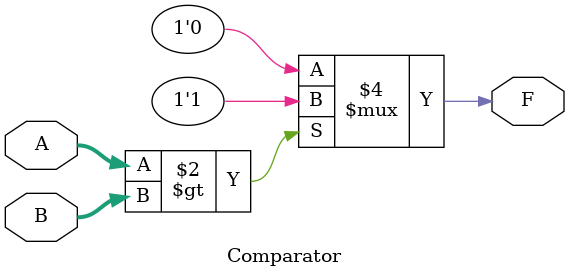
<source format=v>

module Comparator(
  input 	[3:0]	A  , // A Data Input
  input 	[3:0]	B  ,   // B Clock Input
  output reg F  // F output 
  );
  
  always @( A or B)
begin
  if (A>B)
     F <= 1'b1;
  else
    F <= 1'b0;
end

  endmodule 
</source>
